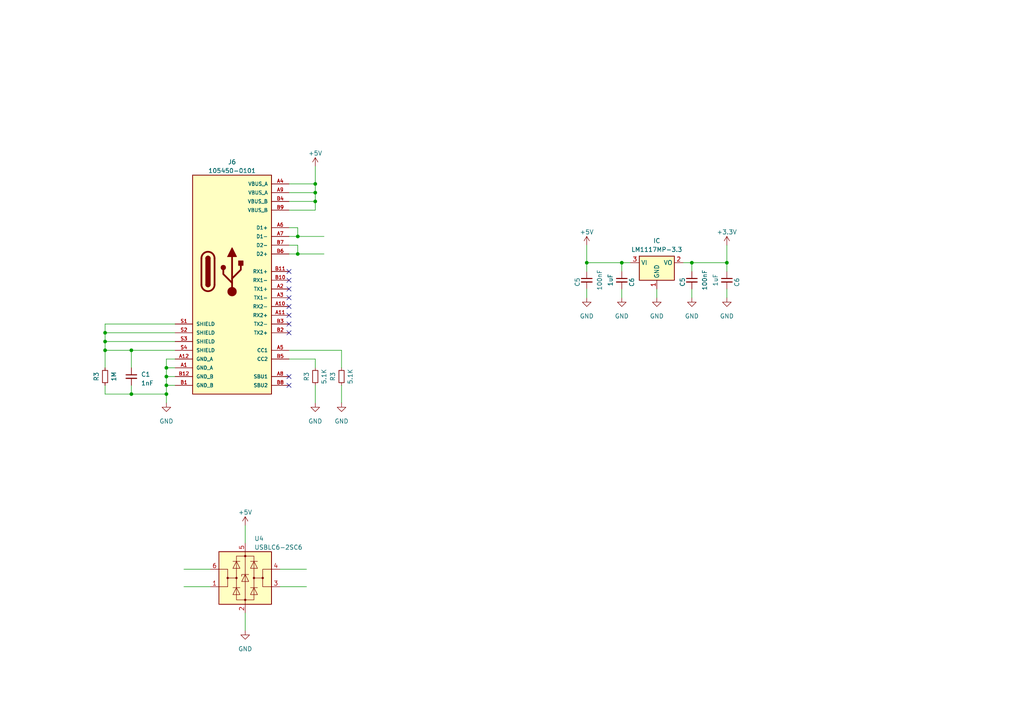
<source format=kicad_sch>
(kicad_sch (version 20230121) (generator eeschema)
  (paper "A4")
  (lib_symbols
    (symbol "105450-0101_1" (pin_names (offset 1.016))
      (property "Reference" "J" (at 40.64 63.5 0))
      (property "Value" "105450-0101" (at 41.7511 -0.6828 0))
      (symbol "105450-0101_1_0_0"
        (pin power_in line (at 35.56 7.62 0) (length 5.08) (name "GND_A") (number "A1"))
        (pin bidirectional line (at 68.58 25.4 180) (length 5.08) (name "RX2-") (number "A10"))
        (pin bidirectional line (at 68.58 22.86 180) (length 5.08) (name "RX2+") (number "A11"))
        (pin power_in line (at 35.56 10.16 0) (length 5.08) (name "GND_A") (number "A12"))
        (pin bidirectional line (at 68.58 30.48 180) (length 5.08) (name "TX1+") (number "A2"))
        (pin bidirectional line (at 68.58 27.94 180) (length 5.08) (name "TX1-") (number "A3"))
        (pin power_in line (at 68.58 60.96 180) (length 5.08) (name "VBUS_A") (number "A4"))
        (pin bidirectional line (at 68.58 12.7 180) (length 5.08) (name "CC1") (number "A5"))
        (pin bidirectional line (at 68.58 48.26 180) (length 5.08) (name "D1+") (number "A6"))
        (pin bidirectional line (at 68.58 45.72 180) (length 5.08) (name "D1-") (number "A7"))
        (pin bidirectional line (at 68.58 5.08 180) (length 5.08) (name "SBU1") (number "A8"))
        (pin power_in line (at 68.58 58.42 180) (length 5.08) (name "VBUS_A") (number "A9"))
        (pin power_in line (at 35.56 2.54 0) (length 5.08) (name "GND_B") (number "B1"))
        (pin bidirectional line (at 68.58 33.02 180) (length 5.08) (name "RX1-") (number "B10"))
        (pin bidirectional line (at 68.58 35.56 180) (length 5.08) (name "RX1+") (number "B11"))
        (pin power_in line (at 35.56 5.08 0) (length 5.08) (name "GND_B") (number "B12"))
        (pin bidirectional line (at 68.58 17.78 180) (length 5.08) (name "TX2+") (number "B2"))
        (pin bidirectional line (at 68.58 20.32 180) (length 5.08) (name "TX2-") (number "B3"))
        (pin power_in line (at 68.58 55.88 180) (length 5.08) (name "VBUS_B") (number "B4"))
        (pin bidirectional line (at 68.58 10.16 180) (length 5.08) (name "CC2") (number "B5"))
        (pin bidirectional line (at 68.58 40.64 180) (length 5.08) (name "D2+") (number "B6"))
        (pin bidirectional line (at 68.58 43.18 180) (length 5.08) (name "D2-") (number "B7"))
        (pin bidirectional line (at 68.58 2.54 180) (length 5.08) (name "SBU2") (number "B8"))
        (pin power_in line (at 68.58 53.34 180) (length 5.08) (name "VBUS_B") (number "B9"))
        (pin passive line (at 35.56 20.32 0) (length 5.08) (name "SHIELD") (number "S1"))
        (pin passive line (at 35.56 17.78 0) (length 5.08) (name "SHIELD") (number "S2"))
        (pin passive line (at 35.56 15.24 0) (length 5.08) (name "SHIELD") (number "S3"))
        (pin passive line (at 35.56 12.7 0) (length 5.08) (name "SHIELD") (number "S4"))
      )
      (symbol "105450-0101_1_0_1"
        (polyline (pts (xy 43.18 31.75) (xy 43.18 39.37)) (stroke (width 0.508)))
        (polyline (pts (xy 46.99 39.37) (xy 46.99 31.75)) (stroke (width 0.508)))
        (rectangle (start 40.64 63.5) (end 63.5 0) (stroke (width 0.254)) (fill (type background)))
        (arc (start 43.18 31.75) (mid 45.085 29.8533) (end 46.99 31.75) (stroke (width 0.508)))
        (arc (start 44.45 31.75) (mid 45.085 31.1177) (end 45.72 31.75) (stroke (width 0.254)))
        (arc (start 44.45 31.75) (mid 45.085 31.1177) (end 45.72 31.75) (stroke (width 0.254)) (fill (type outline)))
        (rectangle (start 44.45 31.75) (end 45.72 39.37) (stroke (width 0.254)) (fill (type outline)))
        (arc (start 45.72 39.37) (mid 45.085 40.0023) (end 44.45 39.37) (stroke (width 0.254)))
        (arc (start 45.72 39.37) (mid 45.085 40.0023) (end 44.45 39.37) (stroke (width 0.254)) (fill (type outline)))
        (arc (start 46.99 39.37) (mid 45.085 41.2667) (end 43.18 39.37) (stroke (width 0.508)))
      )
      (symbol "105450-0101_1_1_1"
        (polyline (pts (xy 52.07 29.718) (xy 52.07 39.878)) (stroke (width 0.508)))
        (polyline (pts (xy 52.07 32.258) (xy 49.53 34.798) (xy 49.53 36.068)) (stroke (width 0.508)))
        (polyline (pts (xy 52.07 33.528) (xy 54.61 36.068) (xy 54.61 37.338)) (stroke (width 0.508)))
        (polyline (pts (xy 50.8 39.878) (xy 52.07 42.418) (xy 53.34 39.878) (xy 50.8 39.878)) (stroke (width 0.254)) (fill (type outline)))
        (circle (center 49.53 36.703) (radius 0.635) (stroke (width 0.254)) (fill (type outline)))
        (circle (center 52.07 29.718) (radius 1.27) (fill (type outline)))
        (rectangle (start 53.975 37.338) (end 55.245 38.608) (stroke (width 0.254)) (fill (type outline)))
      )
    )
    (symbol "Device:C_Small" (pin_numbers hide) (pin_names (offset 0.254) hide)
      (property "Reference" "C" (at 0.254 1.778 0))
      (property "Value" "C_Small" (at 0.254 -2.032 0))
      (symbol "C_Small_0_1"
        (polyline (pts (xy -1.524 -0.508) (xy 1.524 -0.508)) (stroke (width 0.3302)))
        (polyline (pts (xy -1.524 0.508) (xy 1.524 0.508)) (stroke (width 0.3048)))
      )
      (symbol "C_Small_1_1"
        (pin passive line (at 0 2.54 270) (length 2.032) (name "~") (number "1"))
        (pin passive line (at 0 -2.54 90) (length 2.032) (name "~") (number "2"))
      )
    )
    (symbol "Device:R_Small" (pin_numbers hide) (pin_names (offset 0.254) hide)
      (property "Reference" "R" (at 0.762 0.508 0))
      (property "Value" "R_Small" (at 0.762 -1.016 0))
      (symbol "R_Small_0_1"
        (rectangle (start -0.762 1.778) (end 0.762 -1.778) (stroke (width 0.2032)))
      )
      (symbol "R_Small_1_1"
        (pin passive line (at 0 2.54 270) (length 0.762) (name "~") (number "1"))
        (pin passive line (at 0 -2.54 90) (length 0.762) (name "~") (number "2"))
      )
    )
    (symbol "Power_Protection:USBLC6-2SC6" (pin_names hide)
      (property "Reference" "U" (at 2.54 8.89 0))
      (property "Value" "USBLC6-2SC6" (at 2.54 -8.89 0))
      (symbol "USBLC6-2SC6_0_1"
        (rectangle (start -7.62 -7.62) (end 7.62 7.62) (stroke (width 0.254)) (fill (type background)))
        (circle (center -5.08 0) (radius 0.254) (fill (type outline)))
        (circle (center -2.54 0) (radius 0.254) (fill (type outline)))
        (rectangle (start -2.54 6.35) (end 2.54 -6.35))
        (circle (center 0 -6.35) (radius 0.254) (fill (type outline)))
        (polyline (pts (xy -5.08 -2.54) (xy -7.62 -2.54)))
        (polyline (pts (xy -5.08 0) (xy -5.08 -2.54)))
        (polyline (pts (xy -5.08 2.54) (xy -7.62 2.54)))
        (polyline (pts (xy -1.524 -2.794) (xy -3.556 -2.794)))
        (polyline (pts (xy -1.524 4.826) (xy -3.556 4.826)))
        (polyline (pts (xy 0 -7.62) (xy 0 -6.35)))
        (polyline (pts (xy 0 -6.35) (xy 0 1.27)))
        (polyline (pts (xy 0 1.27) (xy 0 6.35)))
        (polyline (pts (xy 0 6.35) (xy 0 7.62)))
        (polyline (pts (xy 1.524 -2.794) (xy 3.556 -2.794)))
        (polyline (pts (xy 1.524 4.826) (xy 3.556 4.826)))
        (polyline (pts (xy 5.08 -2.54) (xy 7.62 -2.54)))
        (polyline (pts (xy 5.08 0) (xy 5.08 -2.54)))
        (polyline (pts (xy 5.08 2.54) (xy 7.62 2.54)))
        (polyline (pts (xy -2.54 0) (xy -5.08 0) (xy -5.08 2.54)))
        (polyline (pts (xy 2.54 0) (xy 5.08 0) (xy 5.08 2.54)))
        (polyline (pts (xy -3.556 -4.826) (xy -1.524 -4.826) (xy -2.54 -2.794) (xy -3.556 -4.826)))
        (polyline (pts (xy -3.556 2.794) (xy -1.524 2.794) (xy -2.54 4.826) (xy -3.556 2.794)))
        (polyline (pts (xy -1.016 -1.016) (xy 1.016 -1.016) (xy 0 1.016) (xy -1.016 -1.016)))
        (polyline (pts (xy 1.016 1.016) (xy 0.762 1.016) (xy -1.016 1.016) (xy -1.016 0.508)))
        (polyline (pts (xy 3.556 -4.826) (xy 1.524 -4.826) (xy 2.54 -2.794) (xy 3.556 -4.826)))
        (polyline (pts (xy 3.556 2.794) (xy 1.524 2.794) (xy 2.54 4.826) (xy 3.556 2.794)))
        (circle (center 0 6.35) (radius 0.254) (fill (type outline)))
        (circle (center 2.54 0) (radius 0.254) (fill (type outline)))
        (circle (center 5.08 0) (radius 0.254) (fill (type outline)))
      )
      (symbol "USBLC6-2SC6_1_1"
        (pin passive line (at -10.16 -2.54 0) (length 2.54) (name "I/O1") (number "1"))
        (pin passive line (at 0 -10.16 90) (length 2.54) (name "GND") (number "2"))
        (pin passive line (at 10.16 -2.54 180) (length 2.54) (name "I/O2") (number "3"))
        (pin passive line (at 10.16 2.54 180) (length 2.54) (name "I/O2") (number "4"))
        (pin passive line (at 0 10.16 270) (length 2.54) (name "VBUS") (number "5"))
        (pin passive line (at -10.16 2.54 0) (length 2.54) (name "I/O1") (number "6"))
      )
    )
    (symbol "Regulator_Linear:LM1117MP-3.3"
      (property "Reference" "U" (at -3.81 3.175 0))
      (property "Value" "LM1117MP-3.3" (at 0 3.175 0))
      (symbol "LM1117MP-3.3_0_1"
        (rectangle (start -5.08 -5.08) (end 5.08 1.905) (stroke (width 0.254)) (fill (type background)))
      )
      (symbol "LM1117MP-3.3_1_1"
        (pin power_in line (at 0 -7.62 90) (length 2.54) (name "GND") (number "1"))
        (pin power_out line (at 7.62 0 180) (length 2.54) (name "VO") (number "2"))
        (pin power_in line (at -7.62 0 0) (length 2.54) (name "VI") (number "3"))
      )
    )
    (symbol "power:+3.3V" (power) (pin_names (offset 0))
      (property "Value" "+3.3V" (at 0 3.556 0))
      (symbol "+3.3V_0_1"
        (polyline (pts (xy -0.762 1.27) (xy 0 2.54)))
        (polyline (pts (xy 0 0) (xy 0 2.54)))
        (polyline (pts (xy 0 2.54) (xy 0.762 1.27)))
      )
      (symbol "+3.3V_1_1"
        (pin power_in line (at 0 0 90) (length 0) hide (name "+3.3V") (number "1"))
      )
    )
    (symbol "power:+5V" (power) (pin_names (offset 0))
      (property "Value" "+5V" (at 0 3.556 0))
      (symbol "+5V_0_1"
        (polyline (pts (xy -0.762 1.27) (xy 0 2.54)))
        (polyline (pts (xy 0 0) (xy 0 2.54)))
        (polyline (pts (xy 0 2.54) (xy 0.762 1.27)))
      )
      (symbol "+5V_1_1"
        (pin power_in line (at 0 0 90) (length 0) hide (name "+5V") (number "1"))
      )
    )
    (symbol "power:GND" (power) (pin_names (offset 0))
      (property "Value" "GND" (at 0 -3.81 0))
      (symbol "GND_0_1"
        (polyline (pts (xy 0 0) (xy 0 -1.27) (xy 1.27 -1.27) (xy 0 -2.54) (xy -1.27 -1.27) (xy 0 -1.27)))
      )
      (symbol "GND_1_1"
        (pin power_in line (at 0 0 270) (length 0) hide (name "GND") (number "1"))
      )
    )
  )
  (junction (at 30.48 101.6))
  (junction (at 91.44 55.88))
  (junction (at 38.1 101.6))
  (junction (at 30.48 96.52))
  (junction (at 48.26 114.3))
  (junction (at 170.18 76.2))
  (junction (at 91.44 58.42))
  (junction (at 86.36 68.58))
  (junction (at 30.48 99.06))
  (junction (at 38.1 114.3))
  (junction (at 91.44 53.34))
  (junction (at 210.82 76.2))
  (junction (at 48.26 106.68))
  (junction (at 86.36 73.66))
  (junction (at 200.66 76.2))
  (junction (at 180.34 76.2))
  (junction (at 48.26 111.76))
  (junction (at 48.26 109.22))
  (no_connect (at 83.82 111.76))
  (no_connect (at 83.82 91.44))
  (no_connect (at 83.82 88.9))
  (no_connect (at 83.82 109.22))
  (no_connect (at 83.82 83.82))
  (no_connect (at 83.82 78.74))
  (no_connect (at 83.82 93.98))
  (no_connect (at 83.82 81.28))
  (no_connect (at 83.82 86.36))
  (no_connect (at 83.82 96.52))
  (wire (pts (xy 30.48 99.06) (xy 30.48 101.6)))
  (wire (pts (xy 99.06 101.6) (xy 99.06 106.68)))
  (wire (pts (xy 86.36 73.66) (xy 93.98 73.66)))
  (wire (pts (xy 81.28 165.1) (xy 88.9 165.1)))
  (wire (pts (xy 83.82 53.34) (xy 91.44 53.34)))
  (wire (pts (xy 83.82 73.66) (xy 86.36 73.66)))
  (wire (pts (xy 83.82 58.42) (xy 91.44 58.42)))
  (wire (pts (xy 38.1 101.6) (xy 30.48 101.6)))
  (wire (pts (xy 71.12 152.4) (xy 71.12 157.48)))
  (wire (pts (xy 210.82 76.2) (xy 210.82 71.12)))
  (wire (pts (xy 30.48 101.6) (xy 30.48 106.68)))
  (wire (pts (xy 48.26 104.14) (xy 48.26 106.68)))
  (wire (pts (xy 170.18 76.2) (xy 180.34 76.2)))
  (wire (pts (xy 170.18 71.12) (xy 170.18 76.2)))
  (wire (pts (xy 91.44 111.76) (xy 91.44 116.84)))
  (wire (pts (xy 198.12 76.2) (xy 200.66 76.2)))
  (wire (pts (xy 180.34 83.82) (xy 180.34 86.36)))
  (wire (pts (xy 48.26 106.68) (xy 48.26 109.22)))
  (wire (pts (xy 86.36 71.12) (xy 86.36 73.66)))
  (wire (pts (xy 48.26 109.22) (xy 48.26 111.76)))
  (wire (pts (xy 200.66 76.2) (xy 210.82 76.2)))
  (wire (pts (xy 91.44 53.34) (xy 91.44 55.88)))
  (wire (pts (xy 83.82 101.6) (xy 99.06 101.6)))
  (wire (pts (xy 48.26 111.76) (xy 50.8 111.76)))
  (wire (pts (xy 30.48 93.98) (xy 30.48 96.52)))
  (wire (pts (xy 38.1 114.3) (xy 48.26 114.3)))
  (wire (pts (xy 50.8 93.98) (xy 30.48 93.98)))
  (wire (pts (xy 71.12 177.8) (xy 71.12 182.88)))
  (wire (pts (xy 83.82 71.12) (xy 86.36 71.12)))
  (wire (pts (xy 170.18 76.2) (xy 170.18 78.74)))
  (wire (pts (xy 48.26 106.68) (xy 50.8 106.68)))
  (wire (pts (xy 91.44 48.26) (xy 91.44 53.34)))
  (wire (pts (xy 50.8 104.14) (xy 48.26 104.14)))
  (wire (pts (xy 83.82 60.96) (xy 91.44 60.96)))
  (wire (pts (xy 86.36 66.04) (xy 86.36 68.58)))
  (wire (pts (xy 180.34 76.2) (xy 180.34 78.74)))
  (wire (pts (xy 81.28 170.18) (xy 88.9 170.18)))
  (wire (pts (xy 91.44 58.42) (xy 91.44 60.96)))
  (wire (pts (xy 83.82 55.88) (xy 91.44 55.88)))
  (wire (pts (xy 38.1 111.76) (xy 38.1 114.3)))
  (wire (pts (xy 210.82 76.2) (xy 210.82 78.74)))
  (wire (pts (xy 91.44 106.68) (xy 91.44 104.14)))
  (wire (pts (xy 48.26 111.76) (xy 48.26 114.3)))
  (wire (pts (xy 30.48 99.06) (xy 50.8 99.06)))
  (wire (pts (xy 180.34 76.2) (xy 182.88 76.2)))
  (wire (pts (xy 86.36 68.58) (xy 93.98 68.58)))
  (wire (pts (xy 30.48 96.52) (xy 50.8 96.52)))
  (wire (pts (xy 53.34 165.1) (xy 60.96 165.1)))
  (wire (pts (xy 30.48 114.3) (xy 38.1 114.3)))
  (wire (pts (xy 200.66 76.2) (xy 200.66 78.74)))
  (wire (pts (xy 48.26 114.3) (xy 48.26 116.84)))
  (wire (pts (xy 53.34 170.18) (xy 60.96 170.18)))
  (wire (pts (xy 83.82 68.58) (xy 86.36 68.58)))
  (wire (pts (xy 30.48 96.52) (xy 30.48 99.06)))
  (wire (pts (xy 99.06 111.76) (xy 99.06 116.84)))
  (wire (pts (xy 38.1 101.6) (xy 38.1 106.68)))
  (wire (pts (xy 48.26 109.22) (xy 50.8 109.22)))
  (wire (pts (xy 83.82 66.04) (xy 86.36 66.04)))
  (wire (pts (xy 170.18 83.82) (xy 170.18 86.36)))
  (wire (pts (xy 91.44 104.14) (xy 83.82 104.14)))
  (wire (pts (xy 91.44 55.88) (xy 91.44 58.42)))
  (wire (pts (xy 200.66 83.82) (xy 200.66 86.36)))
  (wire (pts (xy 210.82 83.82) (xy 210.82 86.36)))
  (wire (pts (xy 30.48 111.76) (xy 30.48 114.3)))
  (wire (pts (xy 190.5 83.82) (xy 190.5 86.36)))
  (wire (pts (xy 38.1 101.6) (xy 50.8 101.6)))
  (symbol (lib_name "105450-0101_1") (lib_id "db-usb:105450-0101") (at 15.24 114.3 0) (unit 1)
    (property "Reference" "J6" (at 67.31 46.99 0))
    (property "Value" "105450-0101" (at 67.31 49.53 0))
    (property "Footprint" "MOLEX_105450-0101" (effects hide))
    (property "PARTREV" "A7" (effects hide))
    (property "STANDARD" "Manufacturer Recommendations" (effects hide))
    (property "MAXIMUM_PACKAGE_HEIGHT" "3.24mm" (effects hide))
    (property "MANUFACTURER" "Molex" (effects hide))
  )
  (symbol (lib_id "Regulator_Linear:LM1117MP-3.3") (at 190.5 76.2 0) (unit 1)
    (property "Reference" "IC" (at 190.5 69.85 0))
    (property "Value" "LM1117MP-3.3" (at 190.5 72.39 0))
    (property "Footprint" "Package_TO_SOT_SMD:SOT-223-3_TabPin2" (effects hide))
    (property "Datasheet" "http://www.ti.com/lit/ds/symlink/lm1117.pdf" (effects hide))
  )
  (symbol (lib_id "power:+5V") (at 91.44 48.26 0) (unit 1)
    (property "Reference" "#PWR017" (effects hide))
    (property "Value" "+5V" (at 91.44 44.45 0))
  )
  (symbol (lib_id "power:GND") (at 71.12 182.88 0) (unit 1)
    (property "Reference" "#PWR03" (effects hide))
    (property "Value" "GND" (at 71.12 188.214 0))
    (instances (project "d3vk1t" (path "" (reference "#PWR03") (unit 1)) (path "" (reference "#PWR09") (unit 1)) (path "" (reference "#PWR022") (unit 1))))
  )
  (symbol (lib_id "power:GND") (at 170.18 86.36 0) (unit 1)
    (property "Reference" "#PWR03" (effects hide))
    (property "Value" "GND" (at 170.18 91.694 0))
    (instances (project "d3vk1t" (path "" (reference "#PWR03") (unit 1)) (path "" (reference "#PWR09") (unit 1)) (path "" (reference "#PWR043") (unit 1))))
  )
  (symbol (lib_id "power:+3.3V") (at 210.82 71.12 0) (unit 1)
    (property "Reference" "#PWR02" (effects hide))
    (property "Value" "+3.3V" (at 210.82 67.31 0))
    (instances (project "d3vk1t" (path "" (reference "#PWR02") (unit 1)) (path "" (reference "#PWR013") (unit 1)) (path "" (reference "#PWR018") (unit 1))))
  )
  (symbol (lib_id "power:GND") (at 190.5 86.36 0) (unit 1)
    (property "Reference" "#PWR03" (effects hide))
    (property "Value" "GND" (at 190.5 91.694 0))
    (instances (project "d3vk1t" (path "" (reference "#PWR03") (unit 1)) (path "" (reference "#PWR09") (unit 1)) (path "" (reference "#PWR024") (unit 1))))
  )
  (symbol (lib_id "Device:R_Small") (at 91.44 109.22 180) (unit 1)
    (property "Reference" "R3" (at 88.9 109.22 90))
    (property "Value" "5.1K" (at 93.98 109.22 90))
    (property "Footprint" "Resistor_SMD:R_0402_1005Metric" (effects hide))
    (instances (project "d3vk1t" (path "" (reference "R3") (unit 1)) (path "" (reference "R7") (unit 1))))
  )
  (symbol (lib_id "power:GND") (at 91.44 116.84 0) (unit 1)
    (property "Reference" "#PWR03" (effects hide))
    (property "Value" "GND" (at 91.44 122.174 0))
    (instances (project "d3vk1t" (path "" (reference "#PWR03") (unit 1)) (path "" (reference "#PWR09") (unit 1)) (path "" (reference "#PWR020") (unit 1))))
  )
  (symbol (lib_id "power:GND") (at 210.82 86.36 0) (unit 1)
    (property "Reference" "#PWR03" (effects hide))
    (property "Value" "GND" (at 210.82 91.694 0))
    (instances (project "d3vk1t" (path "" (reference "#PWR03") (unit 1)) (path "" (reference "#PWR09") (unit 1)) (path "" (reference "#PWR046") (unit 1))))
  )
  (symbol (lib_id "Power_Protection:USBLC6-2SC6") (at 71.12 167.64 0) (unit 1)
    (property "Reference" "U4" (at 73.7617 156.21 0) (effects (justify left)))
    (property "Value" "USBLC6-2SC6" (at 73.7617 158.75 0) (effects (justify left)))
    (property "Footprint" "Package_TO_SOT_SMD:SOT-23-6" (effects hide))
    (property "Datasheet" "https://www.st.com/resource/en/datasheet/usblc6-2.pdf" (effects hide))
  )
  (symbol (lib_id "power:GND") (at 48.26 116.84 0) (unit 1)
    (property "Reference" "#PWR03" (effects hide))
    (property "Value" "GND" (at 48.26 122.174 0))
    (instances (project "d3vk1t" (path "" (reference "#PWR03") (unit 1)) (path "" (reference "#PWR09") (unit 1)) (path "" (reference "#PWR019") (unit 1))))
  )
  (symbol (lib_id "Device:R_Small") (at 99.06 109.22 180) (unit 1)
    (property "Reference" "R3" (at 96.52 109.22 90))
    (property "Value" "5.1K" (at 101.6 109.22 90))
    (property "Footprint" "Resistor_SMD:R_0402_1005Metric" (effects hide))
    (instances (project "d3vk1t" (path "" (reference "R3") (unit 1)) (path "" (reference "R8") (unit 1))))
  )
  (symbol (lib_id "power:GND") (at 99.06 116.84 0) (unit 1)
    (property "Reference" "#PWR03" (effects hide))
    (property "Value" "GND" (at 99.06 122.174 0))
    (instances (project "d3vk1t" (path "" (reference "#PWR03") (unit 1)) (path "" (reference "#PWR09") (unit 1)) (path "" (reference "#PWR021") (unit 1))))
  )
  (symbol (lib_id "Device:R_Small") (at 30.48 109.22 180) (unit 1)
    (property "Reference" "R3" (at 27.94 109.22 90))
    (property "Value" "1M" (at 33.02 109.22 90))
    (property "Footprint" "Resistor_SMD:R_1206_3216Metric" (effects hide))
    (instances (project "d3vk1t" (path "" (reference "R3") (unit 1)) (path "" (reference "R6") (unit 1))))
  )
  (symbol (lib_id "Device:C_Small") (at 180.34 81.28 0) (unit 1)
    (property "Reference" "C6" (at 183.2439 83.2246 90) (effects (justify left)))
    (property "Value" "1uF" (at 177.0395 83.0803 90) (effects (justify left)))
    (property "Footprint" "Capacitor_SMD:C_0603_1608Metric" (effects hide))
    (instances (project "d3vk1t" (path "" (reference "C6") (unit 1)) (path "" (reference "C22") (unit 1))))
  )
  (symbol (lib_id "Device:C_Small") (at 170.18 81.28 0) (unit 1)
    (property "Reference" "C5" (at 167.4684 83.1765 90) (effects (justify left)))
    (property "Value" "100nF" (at 173.9133 84.2827 90) (effects (justify left)))
    (property "Footprint" "Capacitor_SMD:C_0402_1005Metric" (effects hide))
    (instances (project "d3vk1t" (path "" (reference "C5") (unit 1)) (path "" (reference "C20") (unit 1))))
  )
  (symbol (lib_id "power:+5V") (at 170.18 71.12 0) (unit 1)
    (property "Reference" "#PWR025" (effects hide))
    (property "Value" "+5V" (at 170.18 67.31 0))
  )
  (symbol (lib_id "power:GND") (at 180.34 86.36 0) (unit 1)
    (property "Reference" "#PWR03" (effects hide))
    (property "Value" "GND" (at 180.34 91.694 0))
    (instances (project "d3vk1t" (path "" (reference "#PWR03") (unit 1)) (path "" (reference "#PWR09") (unit 1)) (path "" (reference "#PWR044") (unit 1))))
  )
  (symbol (lib_id "Device:C_Small") (at 200.66 81.28 0) (unit 1)
    (property "Reference" "C5" (at 197.9484 83.1765 90) (effects (justify left)))
    (property "Value" "100nF" (at 204.3933 84.2827 90) (effects (justify left)))
    (property "Footprint" "Capacitor_SMD:C_0402_1005Metric" (effects hide))
    (instances (project "d3vk1t" (path "" (reference "C5") (unit 1)) (path "" (reference "C23") (unit 1))))
  )
  (symbol (lib_id "power:+5V") (at 71.12 152.4 0) (unit 1)
    (property "Reference" "#PWR023" (effects hide))
    (property "Value" "+5V" (at 71.12 148.59 0))
  )
  (symbol (lib_id "power:GND") (at 200.66 86.36 0) (unit 1)
    (property "Reference" "#PWR03" (effects hide))
    (property "Value" "GND" (at 200.66 91.694 0))
    (instances (project "d3vk1t" (path "" (reference "#PWR03") (unit 1)) (path "" (reference "#PWR09") (unit 1)) (path "" (reference "#PWR045") (unit 1))))
  )
  (symbol (lib_id "Device:C_Small") (at 210.82 81.28 0) (unit 1)
    (property "Reference" "C6" (at 213.7239 83.2246 90) (effects (justify left)))
    (property "Value" "1uF" (at 207.5195 83.0803 90) (effects (justify left)))
    (property "Footprint" "Capacitor_SMD:C_0603_1608Metric" (effects hide))
    (instances (project "d3vk1t" (path "" (reference "C6") (unit 1)) (path "" (reference "C24") (unit 1))))
  )
  (symbol (lib_id "Device:C_Small") (at 38.1 109.22 0) (unit 1)
    (property "Reference" "C1" (at 40.894 108.5913 0) (effects (justify left)))
    (property "Value" "1nF" (at 40.894 111.1313 0) (effects (justify left)))
    (property "Footprint" "Capacitor_SMD:C_1206_3216Metric" (effects hide))
    (instances (project "d3vk1t" (path "" (reference "C1") (unit 1)) (path "" (reference "C12") (unit 1)) (path "" (reference "C13") (unit 1))))
  )
)
</source>
